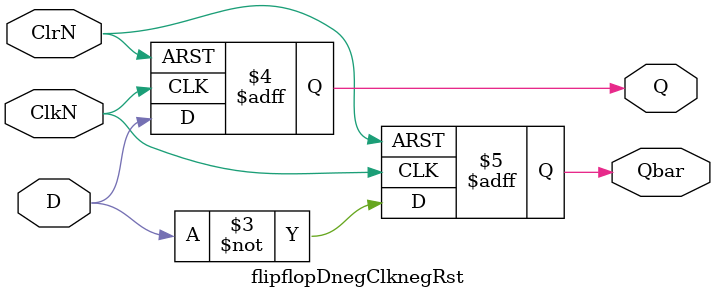
<source format=v>
/* 模組名稱： 負緣觸發Clk, Clr的D型正反器
   著作權宣告：copyright 2012 林博仁(pika1021@gmail.com)
   */
`ifndef FLIPFLOPDNCLKNRST_V
	`define FLIPFLOPDNCLKNRST_V
	`timescale 1ns / 100ps
	module flipflopDnegClknegRst(Q, Qbar, D, ClkN, ClrN);
		input D, ClkN, ClrN;
		output reg Q, Qbar;

		always @(negedge ClkN or negedge ClrN)
		begin
			if(~ClrN) begin
				Q <= 0;
				Qbar <= 1;
			end else begin
				Q <= D;
				Qbar <= ~D;
			end
		end
	endmodule
`endif


</source>
